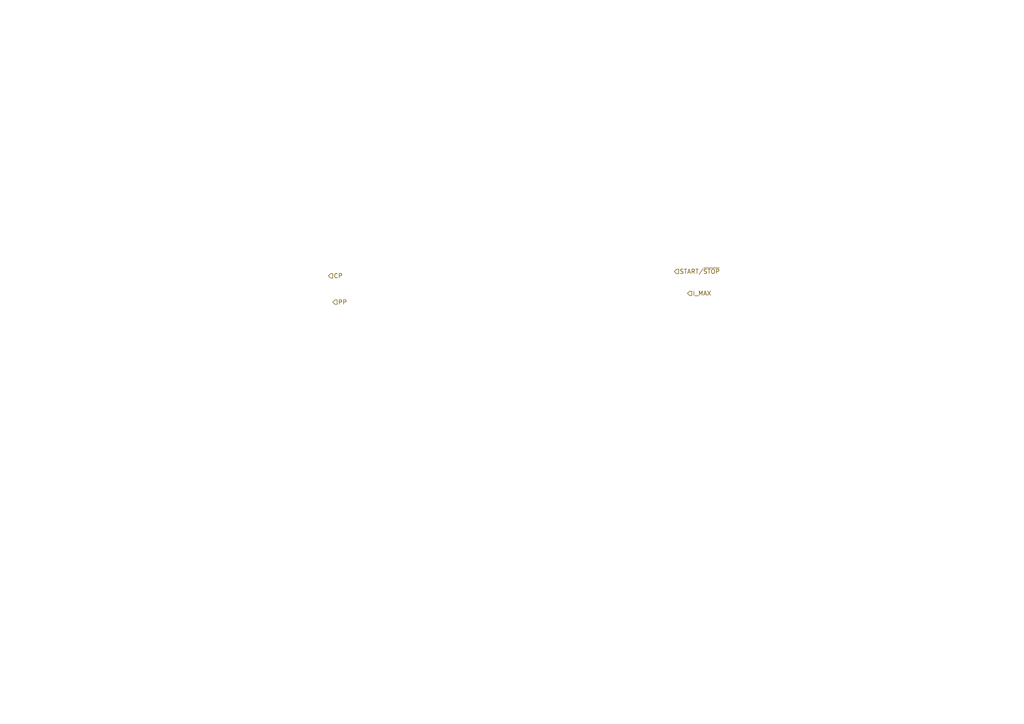
<source format=kicad_sch>
(kicad_sch (version 20211123) (generator eeschema)
  (paper "A4")
  (lib_symbols)
  (hierarchical_label "I_MAX" (shape input) (at 199.39 85.09 0))
  (hierarchical_label "PP" (shape input) (at 96.52 87.63 0))
  (hierarchical_label "START{slash}~{STOP}" (shape input) (at 195.58 78.74 0))
  (hierarchical_label "CP" (shape input) (at 95.25 80.01 0))
)
</source>
